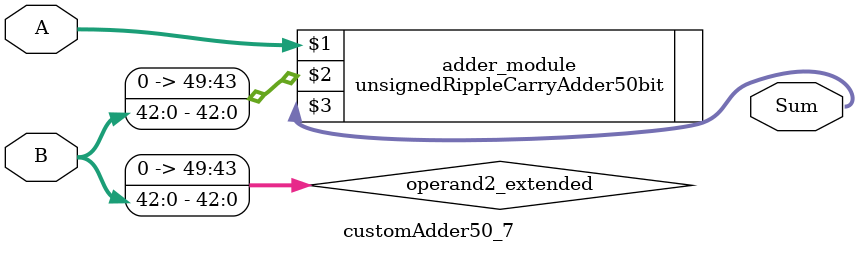
<source format=v>
module customAdder50_7(
                        input [49 : 0] A,
                        input [42 : 0] B,
                        
                        output [50 : 0] Sum
                );

        wire [49 : 0] operand2_extended;
        
        assign operand2_extended =  {7'b0, B};
        
        unsignedRippleCarryAdder50bit adder_module(
            A,
            operand2_extended,
            Sum
        );
        
        endmodule
        
</source>
